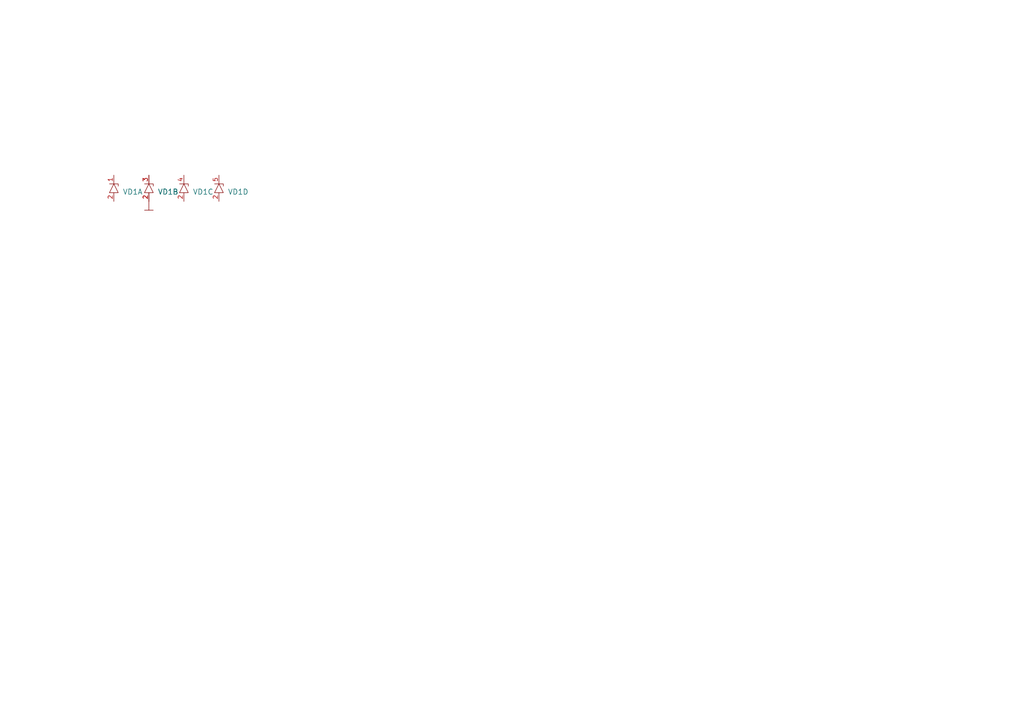
<source format=kicad_sch>
(kicad_sch (version 20250114) (generator "eeschema") (generator_version "9.0")
  (paper "A4")
  (lib_symbols
    (symbol "ESDAxx-SC5-V_1" (pin_names (offset 1.016) (hide yes))
      (property "Reference" "VD" (at 2.54 -5.715 0))
      (property "Value" "ESDAxx-SC5-V" (at 1.905 -5.715 0))
      (symbol "ESDAxx-SC5-V_1_0_1"
        (polyline (pts (xy -1.27 -2.54) (xy 1.27 -2.54) (xy 1.27 -3.175)))
        (polyline (pts (xy -1.27 -5.08) (xy 1.27 -5.08) (xy 0 -2.54) (xy -1.27 -5.08)))
        (pin passive line (at 0 -7.62 90) (length 2.54) (name "A") (number "2"))
      )
      (symbol "ESDAxx-SC5-V_1_1_1"
        (pin passive line (at 0 0 270) (length 2.54) (name "K") (number "1"))
      )
      (symbol "ESDAxx-SC5-V_1_2_1"
        (pin passive line (at 0 0 270) (length 2.54) (name "K") (number "3"))
      )
      (symbol "ESDAxx-SC5-V_1_3_1"
        (pin passive line (at 0 0 270) (length 2.54) (name "K") (number "4"))
      )
      (symbol "ESDAxx-SC5-V_1_4_1"
        (pin passive line (at 0 0 270) (length 2.54) (name "K") (number "5"))
      )
    )
    (symbol "ESDAxx-SC5-V_2" (pin_names (offset 1.016) (hide yes))
      (property "Reference" "VD" (at 2.54 -5.715 0))
      (property "Value" "ESDAxx-SC5-V" (at 1.905 -5.715 0))
      (symbol "ESDAxx-SC5-V_2_0_1"
        (polyline (pts (xy -1.27 -2.54) (xy 1.27 -2.54) (xy 1.27 -3.175)))
        (polyline (pts (xy -1.27 -5.08) (xy 1.27 -5.08) (xy 0 -2.54) (xy -1.27 -5.08)))
        (pin passive line (at 0 -7.62 90) (length 2.54) (name "A") (number "2"))
      )
      (symbol "ESDAxx-SC5-V_2_1_1"
        (pin passive line (at 0 0 270) (length 2.54) (name "K") (number "1"))
      )
      (symbol "ESDAxx-SC5-V_2_2_1"
        (pin passive line (at 0 0 270) (length 2.54) (name "K") (number "3"))
      )
      (symbol "ESDAxx-SC5-V_2_3_1"
        (pin passive line (at 0 0 270) (length 2.54) (name "K") (number "4"))
      )
      (symbol "ESDAxx-SC5-V_2_4_1"
        (pin passive line (at 0 0 270) (length 2.54) (name "K") (number "5"))
      )
    )
    (symbol "ESDAxx-SC5-V_3" (pin_names (offset 1.016) (hide yes))
      (property "Reference" "VD" (at 2.54 -5.715 0))
      (property "Value" "ESDAxx-SC5-V" (at 1.905 -5.715 0))
      (symbol "ESDAxx-SC5-V_3_0_1"
        (polyline (pts (xy -1.27 -2.54) (xy 1.27 -2.54) (xy 1.27 -3.175)))
        (polyline (pts (xy -1.27 -5.08) (xy 1.27 -5.08) (xy 0 -2.54) (xy -1.27 -5.08)))
        (pin passive line (at 0 -7.62 90) (length 2.54) (name "A") (number "2"))
      )
      (symbol "ESDAxx-SC5-V_3_1_1"
        (pin passive line (at 0 0 270) (length 2.54) (name "K") (number "1"))
      )
      (symbol "ESDAxx-SC5-V_3_2_1"
        (pin passive line (at 0 0 270) (length 2.54) (name "K") (number "3"))
      )
      (symbol "ESDAxx-SC5-V_3_3_1"
        (pin passive line (at 0 0 270) (length 2.54) (name "K") (number "4"))
      )
      (symbol "ESDAxx-SC5-V_3_4_1"
        (pin passive line (at 0 0 270) (length 2.54) (name "K") (number "5"))
      )
    )
    (symbol "ESDAxx-SC5-V_4" (pin_names (offset 1.016) (hide yes))
      (property "Reference" "VD" (at 2.54 -5.715 0))
      (property "Value" "ESDAxx-SC5-V" (at 1.905 -5.715 0))
      (symbol "ESDAxx-SC5-V_4_0_1"
        (polyline (pts (xy -1.27 -2.54) (xy 1.27 -2.54) (xy 1.27 -3.175)))
        (polyline (pts (xy -1.27 -5.08) (xy 1.27 -5.08) (xy 0 -2.54) (xy -1.27 -5.08)))
        (pin passive line (at 0 -7.62 90) (length 2.54) (name "A") (number "2"))
      )
      (symbol "ESDAxx-SC5-V_4_1_1"
        (pin passive line (at 0 0 270) (length 2.54) (name "K") (number "1"))
      )
      (symbol "ESDAxx-SC5-V_4_2_1"
        (pin passive line (at 0 0 270) (length 2.54) (name "K") (number "3"))
      )
      (symbol "ESDAxx-SC5-V_4_3_1"
        (pin passive line (at 0 0 270) (length 2.54) (name "K") (number "4"))
      )
      (symbol "ESDAxx-SC5-V_4_4_1"
        (pin passive line (at 0 0 270) (length 2.54) (name "K") (number "5"))
      )
    )
    (symbol "ESDAxx-SC5-V_5" (pin_names (offset 1.016) (hide yes))
      (property "Reference" "VD" (at 2.54 -5.715 0))
      (property "Value" "ESDAxx-SC5-V" (at 1.905 -5.715 0))
      (symbol "ESDAxx-SC5-V_5_0_1"
        (polyline (pts (xy -1.27 -2.54) (xy 1.27 -2.54) (xy 1.27 -3.175)))
        (polyline (pts (xy -1.27 -5.08) (xy 1.27 -5.08) (xy 0 -2.54) (xy -1.27 -5.08)))
        (pin passive line (at 0 -7.62 90) (length 2.54) (name "A") (number "2"))
      )
      (symbol "ESDAxx-SC5-V_5_1_1"
        (pin passive line (at 0 0 270) (length 2.54) (name "K") (number "1"))
      )
      (symbol "ESDAxx-SC5-V_5_2_1"
        (pin passive line (at 0 0 270) (length 2.54) (name "K") (number "3"))
      )
      (symbol "ESDAxx-SC5-V_5_3_1"
        (pin passive line (at 0 0 270) (length 2.54) (name "K") (number "4"))
      )
      (symbol "ESDAxx-SC5-V_5_4_1"
        (pin passive line (at 0 0 270) (length 2.54) (name "K") (number "5"))
      )
    )
    (symbol "ESDAxx-SC5-V_6" (pin_names (offset 1.016) (hide yes))
      (property "Reference" "VD" (at 2.54 -5.715 0))
      (property "Value" "ESDAxx-SC5-V" (at 1.905 -5.715 0))
      (symbol "ESDAxx-SC5-V_6_0_1"
        (polyline (pts (xy -1.27 -2.54) (xy 1.27 -2.54) (xy 1.27 -3.175)))
        (polyline (pts (xy -1.27 -5.08) (xy 1.27 -5.08) (xy 0 -2.54) (xy -1.27 -5.08)))
        (pin passive line (at 0 -7.62 90) (length 2.54) (name "A") (number "2"))
      )
      (symbol "ESDAxx-SC5-V_6_1_1"
        (pin passive line (at 0 0 270) (length 2.54) (name "K") (number "1"))
      )
      (symbol "ESDAxx-SC5-V_6_2_1"
        (pin passive line (at 0 0 270) (length 2.54) (name "K") (number "3"))
      )
      (symbol "ESDAxx-SC5-V_6_3_1"
        (pin passive line (at 0 0 270) (length 2.54) (name "K") (number "4"))
      )
      (symbol "ESDAxx-SC5-V_6_4_1"
        (pin passive line (at 0 0 270) (length 2.54) (name "K") (number "5"))
      )
    )
    (symbol "ESDAxx-SC5-V_7" (pin_names (offset 1.016) (hide yes))
      (property "Reference" "VD" (at 2.54 -5.715 0))
      (property "Value" "ESDAxx-SC5-V" (at 1.905 -5.715 0))
      (symbol "ESDAxx-SC5-V_7_0_1"
        (polyline (pts (xy -1.27 -2.54) (xy 1.27 -2.54) (xy 1.27 -3.175)))
        (polyline (pts (xy -1.27 -5.08) (xy 1.27 -5.08) (xy 0 -2.54) (xy -1.27 -5.08)))
        (pin passive line (at 0 -7.62 90) (length 2.54) (name "A") (number "2"))
      )
      (symbol "ESDAxx-SC5-V_7_1_1"
        (pin passive line (at 0 0 270) (length 2.54) (name "K") (number "1"))
      )
      (symbol "ESDAxx-SC5-V_7_2_1"
        (pin passive line (at 0 0 270) (length 2.54) (name "K") (number "3"))
      )
      (symbol "ESDAxx-SC5-V_7_3_1"
        (pin passive line (at 0 0 270) (length 2.54) (name "K") (number "4"))
      )
      (symbol "ESDAxx-SC5-V_7_4_1"
        (pin passive line (at 0 0 270) (length 2.54) (name "K") (number "5"))
      )
    )
    (symbol "ESDAxx-SC5-V_8" (pin_names (offset 1.016) (hide yes))
      (property "Reference" "VD" (at 2.54 -5.715 0))
      (property "Value" "ESDAxx-SC5-V" (at 1.905 -5.715 0))
      (symbol "ESDAxx-SC5-V_8_0_1"
        (polyline (pts (xy -1.27 -2.54) (xy 1.27 -2.54) (xy 1.27 -3.175)))
        (polyline (pts (xy -1.27 -5.08) (xy 1.27 -5.08) (xy 0 -2.54) (xy -1.27 -5.08)))
        (pin passive line (at 0 -7.62 90) (length 2.54) (name "A") (number "2"))
      )
      (symbol "ESDAxx-SC5-V_8_1_1"
        (pin passive line (at 0 0 270) (length 2.54) (name "K") (number "1"))
      )
      (symbol "ESDAxx-SC5-V_8_2_1"
        (pin passive line (at 0 0 270) (length 2.54) (name "K") (number "3"))
      )
      (symbol "ESDAxx-SC5-V_8_3_1"
        (pin passive line (at 0 0 270) (length 2.54) (name "K") (number "4"))
      )
      (symbol "ESDAxx-SC5-V_8_4_1"
        (pin passive line (at 0 0 270) (length 2.54) (name "K") (number "5"))
      )
    )
    (symbol "GND_1" (power) (pin_numbers (hide yes)) (pin_names (offset 0) (hide yes))
      (symbol "GND_1_0_1"
        (polyline (pts (xy -1.27 -2.54) (xy 1.27 -2.54)))
        (polyline (pts (xy 0 0) (xy 0 -2.54)))
      )
      (symbol "GND_1_1_1"
        (pin power_in line (at 0 0 270) (length 2.54) (hide yes) (name "GND") (number "1"))
      )
    )
    (symbol "GND_2" (power) (pin_numbers (hide yes)) (pin_names (offset 0) (hide yes))
      (symbol "GND_2_0_1"
        (polyline (pts (xy -1.27 -2.54) (xy 1.27 -2.54)))
        (polyline (pts (xy 0 0) (xy 0 -2.54)))
      )
      (symbol "GND_2_1_1"
        (pin power_in line (at 0 0 270) (length 2.54) (hide yes) (name "GND") (number "1"))
      )
    )
  )
  (symbol (lib_name "ESDAxx-SC5-V_5") (lib_id "issue1768-rescue:ESDAxx-SC5-V") (at 33.02 50.8 0) (unit 1)
    (property "Reference" "VD1" (at 35.56 56.515 0) (effects (font (size 1.524 1.524)) (justify left bottom)))
    (property "Value" "ESDAxx-SC5-V" (effects (hide yes)))
    (property "Footprint" "TSOP-5" (effects (hide yes)))
  )
  (symbol (lib_name "ESDAxx-SC5-V_6") (lib_id "issue1768-rescue:ESDAxx-SC5-V") (at 43.18 50.8 0) (unit 2)
    (property "Reference" "VD1" (at 45.72 56.515 0) (effects (font (size 1.524 1.524)) (justify left bottom)))
    (property "Value" "ESDAxx-SC5-V" (effects (hide yes)))
    (property "Footprint" "TSOP-5" (effects (hide yes)))
  )
  (symbol (lib_name "ESDAxx-SC5-V_7") (lib_id "issue1768-rescue:ESDAxx-SC5-V") (at 53.34 50.8 0) (unit 3)
    (property "Reference" "VD1" (at 55.88 56.515 0) (effects (font (size 1.524 1.524)) (justify left bottom)))
    (property "Value" "ESDAxx-SC5-V" (effects (hide yes)))
    (property "Footprint" "TSOP-5" (effects (hide yes)))
  )
  (symbol (lib_name "ESDAxx-SC5-V_8") (lib_id "issue1768-rescue:ESDAxx-SC5-V") (at 63.5 50.8 0) (unit 4)
    (property "Reference" "VD1" (at 66.04 56.515 0) (effects (font (size 1.524 1.524)) (justify left bottom)))
    (property "Value" "ESDAxx-SC5-V" (effects (hide yes)))
    (property "Footprint" "TSOP-5" (effects (hide yes)))
  )
  (symbol (lib_name "GND_2") (lib_id "issue1768-rescue:GND") (at 43.18 58.42 0) (unit 1)
    (property "Reference" "#PWR01" (effects (hide yes)))
    (property "Value" "GND" (effects (hide yes)))
  )
)
</source>
